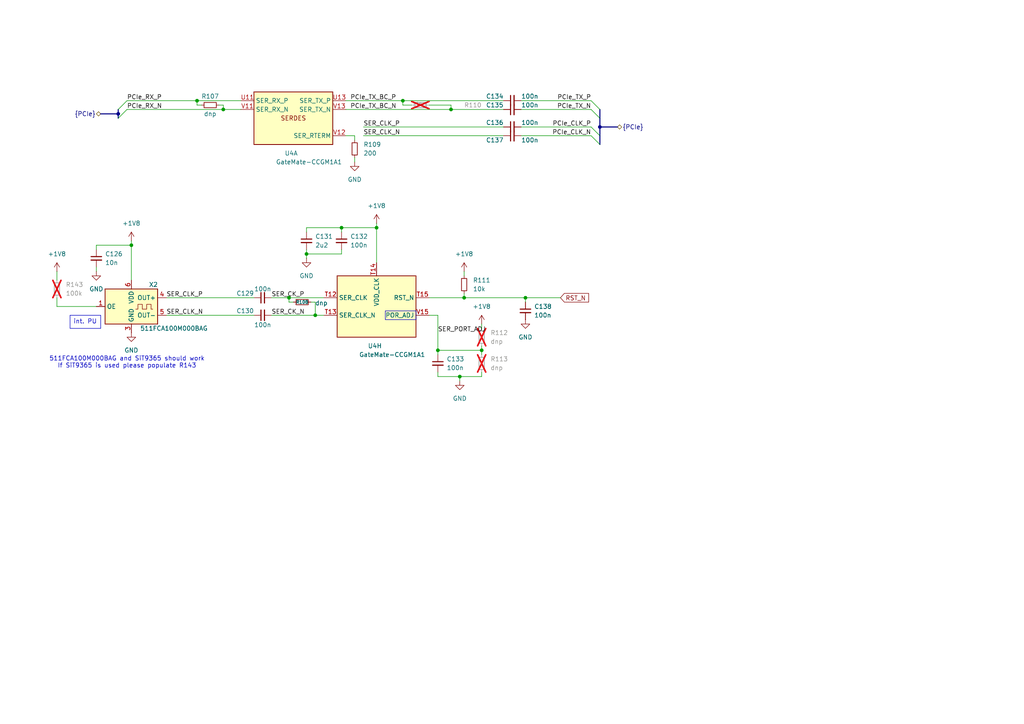
<source format=kicad_sch>
(kicad_sch (version 20250114) (generator "eeschema") (generator_version "9.0")
  (paper "A4")
  (title_block (title "${project_name}") (date "2025-06-24") (rev "${project_version}") (company "${project_creator}") (comment 1 "${project_license}"))
  (rectangle (start 111.76 90.17) (end 120.65 92.71))
  (text "511FCA100M000BAG and SiT9365 should work\nIf SiT9365 is used please populate R143" (at 36.83 105.156 0) (effects (font (size 1.27 1.27))))
  (text_box "int. PU" (at 20.32 91.44 0) (size 8.89 3.81) (margins 0.9525 0.9525 0.9525 0.9525) (effects (font (size 1.27 1.27)) (justify left top)))
  (junction (at 83.82 86.36))
  (junction (at 88.9 73.66))
  (junction (at 133.35 109.22))
  (junction (at 109.22 66.04))
  (junction (at 139.7 101.6))
  (junction (at 152.4 86.36))
  (junction (at 57.15 29.21))
  (junction (at 127 101.6))
  (junction (at 91.44 91.44))
  (junction (at 130.81 31.75))
  (junction (at 99.06 66.04))
  (junction (at 34.29 33.02))
  (junction (at 116.84 29.21))
  (junction (at 64.77 31.75))
  (junction (at 38.1 71.12))
  (junction (at 134.62 86.36))
  (junction (at 173.99 36.83))
  (bus_entry (at 171.45 31.75) (size 2.54 2.54))
  (bus_entry (at 171.45 39.37) (size 2.54 2.54))
  (bus_entry (at 36.83 31.75) (size -2.54 2.54))
  (bus_entry (at 36.83 29.21) (size -2.54 2.54))
  (bus_entry (at 171.45 36.83) (size 2.54 2.54))
  (bus_entry (at 171.45 29.21) (size 2.54 2.54))
  (wire (pts (xy 139.7 93.98) (xy 139.7 95.25)))
  (wire (pts (xy 127 91.44) (xy 127 101.6)))
  (wire (pts (xy 109.22 66.04) (xy 109.22 76.2)))
  (wire (pts (xy 130.81 31.75) (xy 146.05 31.75)))
  (wire (pts (xy 151.13 31.75) (xy 171.45 31.75)))
  (wire (pts (xy 119.38 30.48) (xy 116.84 30.48)))
  (wire (pts (xy 99.06 72.39) (xy 99.06 73.66)))
  (wire (pts (xy 27.94 77.47) (xy 27.94 78.74)))
  (wire (pts (xy 102.87 39.37) (xy 102.87 40.64)))
  (bus (pts (xy 34.29 31.75) (xy 34.29 33.02)))
  (wire (pts (xy 38.1 71.12) (xy 27.94 71.12)))
  (wire (pts (xy 152.4 86.36) (xy 162.56 86.36)))
  (wire (pts (xy 116.84 29.21) (xy 146.05 29.21)))
  (wire (pts (xy 88.9 67.31) (xy 88.9 66.04)))
  (wire (pts (xy 78.74 91.44) (xy 91.44 91.44)))
  (wire (pts (xy 133.35 109.22) (xy 133.35 110.49)))
  (wire (pts (xy 38.1 69.85) (xy 38.1 71.12)))
  (wire (pts (xy 78.74 86.36) (xy 83.82 86.36)))
  (wire (pts (xy 16.51 78.74) (xy 16.51 81.28)))
  (wire (pts (xy 127 101.6) (xy 139.7 101.6)))
  (bus (pts (xy 173.99 36.83) (xy 179.07 36.83)))
  (wire (pts (xy 134.62 78.74) (xy 134.62 80.01)))
  (wire (pts (xy 99.06 66.04) (xy 99.06 67.31)))
  (wire (pts (xy 48.26 86.36) (xy 73.66 86.36)))
  (wire (pts (xy 139.7 107.95) (xy 139.7 109.22)))
  (wire (pts (xy 16.51 88.9) (xy 27.94 88.9)))
  (wire (pts (xy 151.13 39.37) (xy 171.45 39.37)))
  (wire (pts (xy 109.22 64.77) (xy 109.22 66.04)))
  (wire (pts (xy 38.1 71.12) (xy 38.1 81.28)))
  (wire (pts (xy 127 101.6) (xy 127 102.87)))
  (bus (pts (xy 34.29 33.02) (xy 34.29 34.29)))
  (bus (pts (xy 173.99 39.37) (xy 173.99 41.91)))
  (wire (pts (xy 105.41 39.37) (xy 146.05 39.37)))
  (wire (pts (xy 134.62 86.36) (xy 152.4 86.36)))
  (wire (pts (xy 88.9 66.04) (xy 99.06 66.04)))
  (wire (pts (xy 116.84 30.48) (xy 116.84 29.21)))
  (wire (pts (xy 57.15 29.21) (xy 57.15 30.48)))
  (wire (pts (xy 109.22 66.04) (xy 99.06 66.04)))
  (wire (pts (xy 124.46 30.48) (xy 130.81 30.48)))
  (bus (pts (xy 173.99 36.83) (xy 173.99 39.37)))
  (wire (pts (xy 139.7 102.87) (xy 139.7 101.6)))
  (wire (pts (xy 124.46 91.44) (xy 127 91.44)))
  (wire (pts (xy 27.94 71.12) (xy 27.94 72.39)))
  (wire (pts (xy 133.35 109.22) (xy 139.7 109.22)))
  (wire (pts (xy 127 109.22) (xy 133.35 109.22)))
  (wire (pts (xy 88.9 73.66) (xy 99.06 73.66)))
  (wire (pts (xy 100.33 31.75) (xy 130.81 31.75)))
  (wire (pts (xy 36.83 31.75) (xy 64.77 31.75)))
  (wire (pts (xy 91.44 87.63) (xy 91.44 91.44)))
  (wire (pts (xy 130.81 30.48) (xy 130.81 31.75)))
  (wire (pts (xy 48.26 91.44) (xy 73.66 91.44)))
  (wire (pts (xy 58.42 30.48) (xy 57.15 30.48)))
  (wire (pts (xy 83.82 86.36) (xy 83.82 87.63)))
  (bus (pts (xy 29.21 33.02) (xy 34.29 33.02)))
  (wire (pts (xy 152.4 86.36) (xy 152.4 87.63)))
  (wire (pts (xy 88.9 73.66) (xy 88.9 74.93)))
  (wire (pts (xy 124.46 86.36) (xy 134.62 86.36)))
  (wire (pts (xy 105.41 36.83) (xy 146.05 36.83)))
  (wire (pts (xy 127 107.95) (xy 127 109.22)))
  (wire (pts (xy 139.7 100.33) (xy 139.7 101.6)))
  (wire (pts (xy 91.44 91.44) (xy 93.98 91.44)))
  (wire (pts (xy 151.13 29.21) (xy 171.45 29.21)))
  (wire (pts (xy 83.82 86.36) (xy 93.98 86.36)))
  (bus (pts (xy 173.99 34.29) (xy 173.99 36.83)))
  (wire (pts (xy 63.5 30.48) (xy 64.77 30.48)))
  (wire (pts (xy 100.33 39.37) (xy 102.87 39.37)))
  (wire (pts (xy 134.62 85.09) (xy 134.62 86.36)))
  (wire (pts (xy 36.83 29.21) (xy 57.15 29.21)))
  (wire (pts (xy 16.51 86.36) (xy 16.51 88.9)))
  (bus (pts (xy 173.99 31.75) (xy 173.99 34.29)))
  (wire (pts (xy 64.77 30.48) (xy 64.77 31.75)))
  (wire (pts (xy 64.77 31.75) (xy 69.85 31.75)))
  (wire (pts (xy 85.09 87.63) (xy 83.82 87.63)))
  (wire (pts (xy 102.87 45.72) (xy 102.87 46.99)))
  (wire (pts (xy 151.13 36.83) (xy 171.45 36.83)))
  (wire (pts (xy 100.33 29.21) (xy 116.84 29.21)))
  (wire (pts (xy 88.9 72.39) (xy 88.9 73.66)))
  (wire (pts (xy 90.17 87.63) (xy 91.44 87.63)))
  (wire (pts (xy 57.15 29.21) (xy 69.85 29.21)))
  (label "SER_CK_P" (at 78.74 86.36 0))
  (label "PCIe_CLK_N" (at 171.45 39.37 180))
  (label "SER_CLK_P" (at 105.41 36.83 0))
  (label "PCIe_TX_BC_P" (at 101.6 29.21 0))
  (label "SER_CK_N" (at 78.74 91.44 0))
  (label "SER_PORT_ADJ" (at 127 96.52 0))
  (label "SER_CLK_P" (at 48.26 86.36 0))
  (label "PCIe_TX_P" (at 171.45 29.21 180))
  (label "PCIe_RX_N" (at 36.83 31.75 0))
  (label "PCIe_TX_N" (at 171.45 31.75 180))
  (label "SER_CLK_N" (at 48.26 91.44 0))
  (label "PCIe_TX_BC_N" (at 101.6 31.75 0))
  (label "PCIe_CLK_P" (at 171.45 36.83 180))
  (label "SER_CLK_N" (at 105.41 39.37 0))
  (label "PCIe_RX_P" (at 36.83 29.21 0))
  (global_label "RST_N" (shape input) (at 162.56 86.36 0) (property "Intersheetrefs" "${INTERSHEET_REFS}" (effects (hide yes))))
  (hierarchical_label "{PCIe}" (shape bidirectional) (at 29.21 33.02 180))
  (hierarchical_label "{PCIe}" (shape bidirectional) (at 179.07 36.83 0))
  (symbol (lib_id "Device:C_Small") (at 148.59 29.21 90) (unit 1)
    (property "Reference" "C134" (at 143.51 27.94 90))
    (property "Value" "100n" (at 153.67 27.94 90))
    (property "Footprint" "Capacitor_SMD:C_0402_1005Metric" (effects (hide yes)))
  )
  (symbol (lib_id "Device:C_Small") (at 27.94 74.93 0) (unit 1)
    (property "Reference" "C126" (at 30.48 73.6663 0) (effects (justify left)))
    (property "Value" "10n" (at 30.48 76.2063 0) (effects (justify left)))
    (property "Footprint" "Capacitor_SMD:C_0402_1005Metric" (effects (hide yes)))
  )
  (symbol (lib_id "Device:C_Small") (at 148.59 31.75 90) (unit 1)
    (property "Reference" "C135" (at 143.51 30.48 90))
    (property "Value" "100n" (at 153.67 30.48 90))
    (property "Footprint" "Capacitor_SMD:C_0402_1005Metric" (effects (hide yes)))
  )
  (symbol (lib_id "power:GND") (at 102.87 46.99 0) (unit 1)
    (property "Reference" "#PWR0129" (effects (hide yes)))
    (property "Value" "GND" (at 102.87 52.07 0))
    (property "Description" "Power symbol creates a global label with name \"GND\" , ground" (effects (hide yes)))
  )
  (symbol (lib_id "FPGA_CologneChip_GateMate:CCGM1A1") (at 109.22 88.9 0) (unit 8)
    (property "Reference" "U4" (at 106.68 100.33 0) (effects (justify left)))
    (property "Value" "GateMate-CCGM1A1" (at 104.14 102.87 0) (effects (justify left)))
    (property "Footprint" "ulx5m-gs:BGA-324_15.0x15.0mm_Layout18x18_P0.8mm_Ball0.45mm_Pad0.4mm_NSMD" (effects (hide yes)))
    (property "Datasheet" "https://colognechip.com/docs/ds1001-gatemate1-datasheet-2022-05.pdf" (effects (hide yes)))
  )
  (symbol (lib_id "Device:C_Small") (at 76.2 86.36 90) (unit 1)
    (property "Reference" "C129" (at 71.12 85.09 90))
    (property "Value" "100n" (at 76.2 83.82 90))
    (property "Footprint" "Capacitor_SMD:C_0402_1005Metric" (effects (hide yes)))
  )
  (symbol (lib_id "Device:C_Small") (at 99.06 69.85 0) (unit 1)
    (property "Reference" "C132" (at 101.6 68.5863 0) (effects (justify left)))
    (property "Value" "100n" (at 101.6 71.1263 0) (effects (justify left)))
    (property "Footprint" "Capacitor_SMD:C_0402_1005Metric" (effects (hide yes)))
  )
  (symbol (lib_id "Device:C_Small") (at 148.59 36.83 90) (unit 1)
    (property "Reference" "C136" (at 143.51 35.56 90))
    (property "Value" "100n" (at 153.67 35.56 90))
    (property "Footprint" "Capacitor_SMD:C_0402_1005Metric" (effects (hide yes)))
  )
  (symbol (lib_id "power:GND") (at 27.94 78.74 0) (unit 1)
    (property "Reference" "#PWR0124" (effects (hide yes)))
    (property "Value" "GND" (at 27.94 83.82 0))
    (property "Description" "Power symbol creates a global label with name \"GND\" , ground" (effects (hide yes)))
  )
  (symbol (lib_id "Device:R_Small") (at 139.7 105.41 0) (unit 1) (dnp yes)
    (property "Reference" "R113" (at 142.24 104.14 0) (effects (justify left)))
    (property "Value" "dnp" (at 142.24 106.68 0) (effects (justify left)))
    (property "Footprint" "Resistor_SMD:R_0402_1005Metric" (effects (hide yes)))
    (property "Description" "Resistor, small symbol" (effects (hide yes)))
  )
  (symbol (lib_name "CCGM1A1_1") (lib_id "FPGA_CologneChip_GateMate:CCGM1A1") (at 85.09 34.29 0) (unit 1)
    (property "Reference" "U4" (at 82.55 44.45 0) (effects (justify left)))
    (property "Value" "GateMate-CCGM1A1" (at 80.01 46.99 0) (effects (justify left)))
    (property "Footprint" "ulx5m-gs:BGA-324_15.0x15.0mm_Layout18x18_P0.8mm_Ball0.45mm_Pad0.4mm_NSMD" (effects (hide yes)))
    (property "Datasheet" "https://colognechip.com/docs/ds1001-gatemate1-datasheet-2022-05.pdf" (effects (hide yes)))
  )
  (symbol (lib_id "Device:C_Small") (at 152.4 90.17 0) (unit 1)
    (property "Reference" "C138" (at 154.94 88.9063 0) (effects (justify left)))
    (property "Value" "100n" (at 154.94 91.4463 0) (effects (justify left)))
    (property "Footprint" "Capacitor_SMD:C_0402_1005Metric" (effects (hide yes)))
  )
  (symbol (lib_id "power:GND") (at 152.4 92.71 0) (unit 1)
    (property "Reference" "#PWR0133" (effects (hide yes)))
    (property "Value" "GND" (at 152.4 97.79 0))
    (property "Description" "Power symbol creates a global label with name \"GND\" , ground" (effects (hide yes)))
  )
  (symbol (lib_id "power:+1V8") (at 109.22 64.77 0) (unit 1)
    (property "Reference" "#PWR098" (effects (hide yes)))
    (property "Value" "+1V8" (at 109.22 59.69 0))
    (property "Description" "Power symbol creates a global label with name \"+1V8\"" (effects (hide yes)))
  )
  (symbol (lib_id "Device:R_Small") (at 102.87 43.18 180) (unit 1)
    (property "Reference" "R109" (at 105.41 41.91 0) (effects (justify right)))
    (property "Value" "200" (at 105.41 44.45 0) (effects (justify right)))
    (property "Footprint" "Resistor_SMD:R_0402_1005Metric" (effects (hide yes)))
    (property "Description" "Resistor, small symbol" (effects (hide yes)))
  )
  (symbol (lib_id "Device:R_Small") (at 87.63 87.63 90) (unit 1)
    (property "Reference" "R108" (at 87.63 87.63 90) (effects (font (size 0.9 0.9))))
    (property "Value" "dnp" (at 93.218 87.884 90))
    (property "Footprint" "Resistor_SMD:R_0402_1005Metric" (effects (hide yes)))
    (property "Description" "Resistor, small symbol" (effects (hide yes)))
  )
  (symbol (lib_id "Device:R_Small") (at 134.62 82.55 0) (unit 1)
    (property "Reference" "R111" (at 137.16 81.28 0) (effects (justify left)))
    (property "Value" "10k" (at 137.16 83.82 0) (effects (justify left)))
    (property "Footprint" "Resistor_SMD:R_0402_1005Metric" (effects (hide yes)))
    (property "Description" "Resistor, small symbol" (effects (hide yes)))
  )
  (symbol (lib_id "power:GND") (at 38.1 96.52 0) (unit 1)
    (property "Reference" "#PWR0125" (effects (hide yes)))
    (property "Value" "GND" (at 38.1 101.6 0))
    (property "Description" "Power symbol creates a global label with name \"GND\" , ground" (effects (hide yes)))
  )
  (symbol (lib_id "Device:R_Small") (at 16.51 83.82 0) (unit 1) (dnp yes)
    (property "Reference" "R143" (at 19.05 82.5499 0) (effects (justify left)))
    (property "Value" "100k" (at 19.05 85.0899 0) (effects (justify left)))
    (property "Footprint" "Resistor_SMD:R_0402_1005Metric" (effects (hide yes)))
    (property "Description" "Resistor, small symbol" (effects (hide yes)))
  )
  (symbol (lib_id "power:GND") (at 88.9 74.93 0) (unit 1)
    (property "Reference" "#PWR0128" (effects (hide yes)))
    (property "Value" "GND" (at 88.9 80.01 0))
    (property "Description" "Power symbol creates a global label with name \"GND\" , ground" (effects (hide yes)))
  )
  (symbol (lib_id "Device:R_Small") (at 139.7 97.79 0) (unit 1) (dnp yes)
    (property "Reference" "R112" (at 142.24 96.52 0) (effects (justify left)))
    (property "Value" "dnp" (at 142.24 99.06 0) (effects (justify left)))
    (property "Footprint" "Resistor_SMD:R_0402_1005Metric" (effects (hide yes)))
    (property "Description" "Resistor, small symbol" (effects (hide yes)))
  )
  (symbol (lib_id "power:+1V8") (at 139.7 93.98 0) (unit 1)
    (property "Reference" "#PWR0101" (effects (hide yes)))
    (property "Value" "+1V8" (at 139.7 88.9 0))
    (property "Description" "Power symbol creates a global label with name \"+1V8\"" (effects (hide yes)))
  )
  (symbol (lib_id "Device:C_Small") (at 88.9 69.85 0) (unit 1)
    (property "Reference" "C131" (at 91.44 68.5863 0) (effects (justify left)))
    (property "Value" "2u2" (at 91.44 71.1263 0) (effects (justify left)))
    (property "Footprint" "Capacitor_SMD:C_0402_1005Metric" (effects (hide yes)))
  )
  (symbol (lib_id "power:+1V8") (at 134.62 78.74 0) (unit 1)
    (property "Reference" "#PWR099" (effects (hide yes)))
    (property "Value" "+1V8" (at 134.62 73.66 0))
    (property "Description" "Power symbol creates a global label with name \"+1V8\"" (effects (hide yes)))
  )
  (symbol (lib_id "Oscillator:SiT9365xx-xBx-xxE") (at 38.1 88.9 0) (unit 1)
    (property "Reference" "X2" (at 43.18 82.55 0) (effects (justify left)))
    (property "Value" "511FCA100M000BAG" (at 40.64 95.25 0) (effects (justify left)))
    (property "Footprint" "Oscillator:Oscillator_SMD_SiTime_PQFD-6L_3.2x2.5mm" (effects (hide yes)))
    (property "Datasheet" "https://www.sitime.com/datasheet/SiT9365" (effects (hide yes)))
    (property "Description" "SiTime Standard Frequency Ultra-low Jitter Differential Oscillator, 25-325MHz, PQFD-6, 3.2x2.5mm (with enable pin)" (effects (hide yes)))
  )
  (symbol (lib_id "Device:R_Small") (at 121.92 30.48 90) (unit 1) (dnp yes)
    (property "Reference" "R110" (at 137.16 30.48 90))
    (property "Value" "dnp" (at 121.92 30.226 90))
    (property "Footprint" "Resistor_SMD:R_0402_1005Metric" (effects (hide yes)))
    (property "Description" "Resistor, small symbol" (effects (hide yes)))
  )
  (symbol (lib_id "power:+1V8") (at 38.1 69.85 0) (unit 1)
    (property "Reference" "#PWR097" (effects (hide yes)))
    (property "Value" "+1V8" (at 38.1 64.77 0))
    (property "Description" "Power symbol creates a global label with name \"+1V8\"" (effects (hide yes)))
  )
  (symbol (lib_id "Device:C_Small") (at 76.2 91.44 90) (unit 1)
    (property "Reference" "C130" (at 71.12 90.17 90))
    (property "Value" "100n" (at 76.2 94.234 90))
    (property "Footprint" "Capacitor_SMD:C_0402_1005Metric" (effects (hide yes)))
  )
  (symbol (lib_id "Device:R_Small") (at 60.96 30.48 90) (unit 1)
    (property "Reference" "R107" (at 60.96 27.94 90))
    (property "Value" "dnp" (at 60.96 33.02 90))
    (property "Footprint" "Resistor_SMD:R_0402_1005Metric" (effects (hide yes)))
    (property "Description" "Resistor, small symbol" (effects (hide yes)))
  )
  (symbol (lib_id "power:GND") (at 133.35 110.49 0) (unit 1)
    (property "Reference" "#PWR0130" (effects (hide yes)))
    (property "Value" "GND" (at 133.35 115.57 0))
    (property "Description" "Power symbol creates a global label with name \"GND\" , ground" (effects (hide yes)))
  )
  (symbol (lib_id "Device:C_Small") (at 127 105.41 0) (unit 1)
    (property "Reference" "C133" (at 129.54 104.1463 0) (effects (justify left)))
    (property "Value" "100n" (at 129.54 106.6863 0) (effects (justify left)))
    (property "Footprint" "Capacitor_SMD:C_0402_1005Metric" (effects (hide yes)))
  )
  (symbol (lib_id "power:+1V8") (at 16.51 78.74 0) (unit 1)
    (property "Reference" "#PWR096" (effects (hide yes)))
    (property "Value" "+1V8" (at 16.51 73.66 0))
    (property "Description" "Power symbol creates a global label with name \"+1V8\"" (effects (hide yes)))
  )
  (symbol (lib_id "Device:C_Small") (at 148.59 39.37 90) (unit 1)
    (property "Reference" "C137" (at 143.51 40.64 90))
    (property "Value" "100n" (at 153.67 40.64 90))
    (property "Footprint" "Capacitor_SMD:C_0402_1005Metric" (effects (hide yes)))
  )
)
</source>
